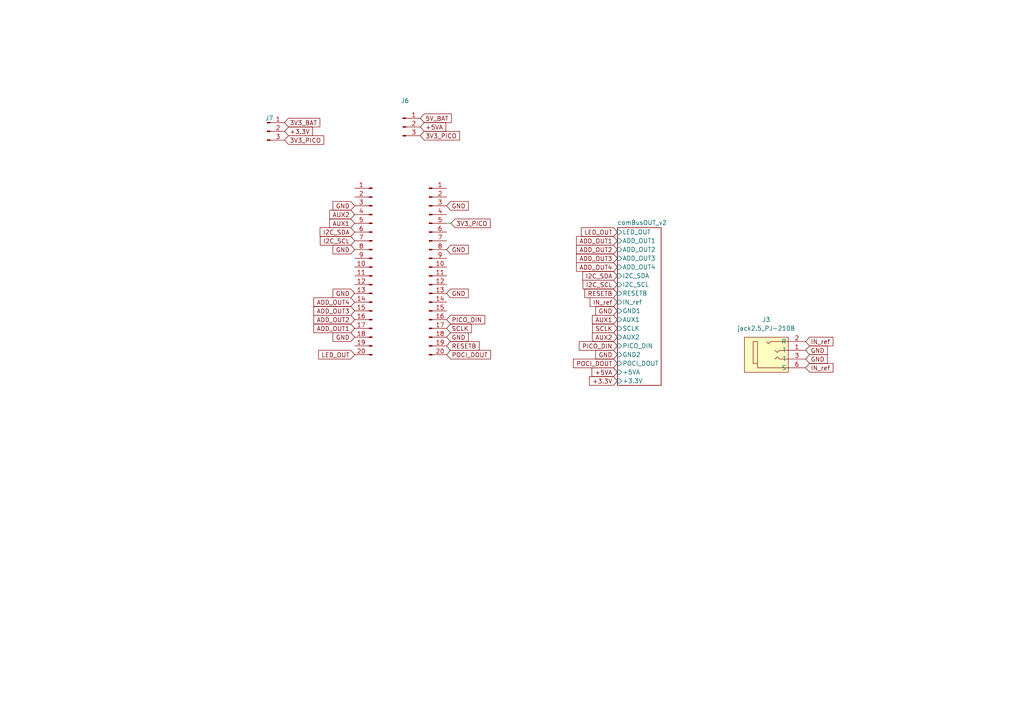
<source format=kicad_sch>
(kicad_sch (version 20231120) (generator "eeschema") (generator_version "8.0")
  (paper "A4")
  (lib_symbols
    (symbol "00_custom:jack2.5_PJ-210B"
      (property "Reference" "J" (at 0 2.54 0))
      (property "Value" "jack2.5_PJ-210B" (at 0 5.08 0))
      (symbol "jack2.5_PJ-210B_0_1"
        (polyline (pts (xy 12.7 -6.35) (xy 10.16 -6.35) (xy 9.525 -5.715) (xy 8.89 -6.35)))
        (polyline (pts (xy 12.7 -3.81) (xy 10.16 -3.81) (xy 9.525 -4.445) (xy 8.89 -3.81)))
        (polyline (pts (xy 12.7 -1.27) (xy 7.62 -1.27) (xy 6.985 -1.905) (xy 6.35 -1.27)))
        (polyline (pts (xy 12.7 -8.89) (xy 3.81 -8.89) (xy 3.81 -1.27) (xy 2.54 -1.27) (xy 2.54 -7.62) (xy 3.81 -7.62)))
        (rectangle (start 12.7 0) (end 0 -10.16) (fill (type background)))
      )
      (symbol "jack2.5_PJ-210B_1_1"
        (pin passive line (at 17.78 -3.81 180) (length 5.08) (name "T") (number "1"))
        (pin passive line (at 17.78 -1.27 180) (length 5.08) (name "R") (number "2"))
        (pin passive line (at 17.78 -6.35 180) (length 5.08) (name "T") (number "3"))
        (pin passive line (at 17.78 -8.89 180) (length 5.08) (name "S") (number "6"))
      )
    )
    (symbol "Connector:Conn_01x03_Male" (pin_names (offset 1.016) hide)
      (property "Reference" "J" (at 0 5.08 0))
      (property "Value" "Conn_01x03_Male" (at 0 -5.08 0))
      (symbol "Conn_01x03_Male_1_1"
        (polyline (pts (xy 1.27 -2.54) (xy 0.8636 -2.54)) (stroke (width 0.1524)))
        (polyline (pts (xy 1.27 0) (xy 0.8636 0)) (stroke (width 0.1524)))
        (polyline (pts (xy 1.27 2.54) (xy 0.8636 2.54)) (stroke (width 0.1524)))
        (rectangle (start 0.8636 -2.413) (end 0 -2.667) (stroke (width 0.1524)) (fill (type outline)))
        (rectangle (start 0.8636 0.127) (end 0 -0.127) (stroke (width 0.1524)) (fill (type outline)))
        (rectangle (start 0.8636 2.667) (end 0 2.413) (stroke (width 0.1524)) (fill (type outline)))
        (pin passive line (at 5.08 2.54 180) (length 3.81) (name "Pin_1") (number "1"))
        (pin passive line (at 5.08 0 180) (length 3.81) (name "Pin_2") (number "2"))
        (pin passive line (at 5.08 -2.54 180) (length 3.81) (name "Pin_3") (number "3"))
      )
    )
    (symbol "Connector:Conn_01x20_Male" (pin_names (offset 1.016) hide)
      (property "Reference" "J" (at 0 25.4 0))
      (property "Value" "Conn_01x20_Male" (at 0 -27.94 0))
      (symbol "Conn_01x20_Male_1_1"
        (polyline (pts (xy 1.27 -25.4) (xy 0.8636 -25.4)) (stroke (width 0.1524)))
        (polyline (pts (xy 1.27 -22.86) (xy 0.8636 -22.86)) (stroke (width 0.1524)))
        (polyline (pts (xy 1.27 -20.32) (xy 0.8636 -20.32)) (stroke (width 0.1524)))
        (polyline (pts (xy 1.27 -17.78) (xy 0.8636 -17.78)) (stroke (width 0.1524)))
        (polyline (pts (xy 1.27 -15.24) (xy 0.8636 -15.24)) (stroke (width 0.1524)))
        (polyline (pts (xy 1.27 -12.7) (xy 0.8636 -12.7)) (stroke (width 0.1524)))
        (polyline (pts (xy 1.27 -10.16) (xy 0.8636 -10.16)) (stroke (width 0.1524)))
        (polyline (pts (xy 1.27 -7.62) (xy 0.8636 -7.62)) (stroke (width 0.1524)))
        (polyline (pts (xy 1.27 -5.08) (xy 0.8636 -5.08)) (stroke (width 0.1524)))
        (polyline (pts (xy 1.27 -2.54) (xy 0.8636 -2.54)) (stroke (width 0.1524)))
        (polyline (pts (xy 1.27 0) (xy 0.8636 0)) (stroke (width 0.1524)))
        (polyline (pts (xy 1.27 2.54) (xy 0.8636 2.54)) (stroke (width 0.1524)))
        (polyline (pts (xy 1.27 5.08) (xy 0.8636 5.08)) (stroke (width 0.1524)))
        (polyline (pts (xy 1.27 7.62) (xy 0.8636 7.62)) (stroke (width 0.1524)))
        (polyline (pts (xy 1.27 10.16) (xy 0.8636 10.16)) (stroke (width 0.1524)))
        (polyline (pts (xy 1.27 12.7) (xy 0.8636 12.7)) (stroke (width 0.1524)))
        (polyline (pts (xy 1.27 15.24) (xy 0.8636 15.24)) (stroke (width 0.1524)))
        (polyline (pts (xy 1.27 17.78) (xy 0.8636 17.78)) (stroke (width 0.1524)))
        (polyline (pts (xy 1.27 20.32) (xy 0.8636 20.32)) (stroke (width 0.1524)))
        (polyline (pts (xy 1.27 22.86) (xy 0.8636 22.86)) (stroke (width 0.1524)))
        (rectangle (start 0.8636 -25.273) (end 0 -25.527) (stroke (width 0.1524)) (fill (type outline)))
        (rectangle (start 0.8636 -22.733) (end 0 -22.987) (stroke (width 0.1524)) (fill (type outline)))
        (rectangle (start 0.8636 -20.193) (end 0 -20.447) (stroke (width 0.1524)) (fill (type outline)))
        (rectangle (start 0.8636 -17.653) (end 0 -17.907) (stroke (width 0.1524)) (fill (type outline)))
        (rectangle (start 0.8636 -15.113) (end 0 -15.367) (stroke (width 0.1524)) (fill (type outline)))
        (rectangle (start 0.8636 -12.573) (end 0 -12.827) (stroke (width 0.1524)) (fill (type outline)))
        (rectangle (start 0.8636 -10.033) (end 0 -10.287) (stroke (width 0.1524)) (fill (type outline)))
        (rectangle (start 0.8636 -7.493) (end 0 -7.747) (stroke (width 0.1524)) (fill (type outline)))
        (rectangle (start 0.8636 -4.953) (end 0 -5.207) (stroke (width 0.1524)) (fill (type outline)))
        (rectangle (start 0.8636 -2.413) (end 0 -2.667) (stroke (width 0.1524)) (fill (type outline)))
        (rectangle (start 0.8636 0.127) (end 0 -0.127) (stroke (width 0.1524)) (fill (type outline)))
        (rectangle (start 0.8636 2.667) (end 0 2.413) (stroke (width 0.1524)) (fill (type outline)))
        (rectangle (start 0.8636 5.207) (end 0 4.953) (stroke (width 0.1524)) (fill (type outline)))
        (rectangle (start 0.8636 7.747) (end 0 7.493) (stroke (width 0.1524)) (fill (type outline)))
        (rectangle (start 0.8636 10.287) (end 0 10.033) (stroke (width 0.1524)) (fill (type outline)))
        (rectangle (start 0.8636 12.827) (end 0 12.573) (stroke (width 0.1524)) (fill (type outline)))
        (rectangle (start 0.8636 15.367) (end 0 15.113) (stroke (width 0.1524)) (fill (type outline)))
        (rectangle (start 0.8636 17.907) (end 0 17.653) (stroke (width 0.1524)) (fill (type outline)))
        (rectangle (start 0.8636 20.447) (end 0 20.193) (stroke (width 0.1524)) (fill (type outline)))
        (rectangle (start 0.8636 22.987) (end 0 22.733) (stroke (width 0.1524)) (fill (type outline)))
        (pin passive line (at 5.08 22.86 180) (length 3.81) (name "Pin_1") (number "1"))
        (pin passive line (at 5.08 0 180) (length 3.81) (name "Pin_10") (number "10"))
        (pin passive line (at 5.08 -2.54 180) (length 3.81) (name "Pin_11") (number "11"))
        (pin passive line (at 5.08 -5.08 180) (length 3.81) (name "Pin_12") (number "12"))
        (pin passive line (at 5.08 -7.62 180) (length 3.81) (name "Pin_13") (number "13"))
        (pin passive line (at 5.08 -10.16 180) (length 3.81) (name "Pin_14") (number "14"))
        (pin passive line (at 5.08 -12.7 180) (length 3.81) (name "Pin_15") (number "15"))
        (pin passive line (at 5.08 -15.24 180) (length 3.81) (name "Pin_16") (number "16"))
        (pin passive line (at 5.08 -17.78 180) (length 3.81) (name "Pin_17") (number "17"))
        (pin passive line (at 5.08 -20.32 180) (length 3.81) (name "Pin_18") (number "18"))
        (pin passive line (at 5.08 -22.86 180) (length 3.81) (name "Pin_19") (number "19"))
        (pin passive line (at 5.08 20.32 180) (length 3.81) (name "Pin_2") (number "2"))
        (pin passive line (at 5.08 -25.4 180) (length 3.81) (name "Pin_20") (number "20"))
        (pin passive line (at 5.08 17.78 180) (length 3.81) (name "Pin_3") (number "3"))
        (pin passive line (at 5.08 15.24 180) (length 3.81) (name "Pin_4") (number "4"))
        (pin passive line (at 5.08 12.7 180) (length 3.81) (name "Pin_5") (number "5"))
        (pin passive line (at 5.08 10.16 180) (length 3.81) (name "Pin_6") (number "6"))
        (pin passive line (at 5.08 7.62 180) (length 3.81) (name "Pin_7") (number "7"))
        (pin passive line (at 5.08 5.08 180) (length 3.81) (name "Pin_8") (number "8"))
        (pin passive line (at 5.08 2.54 180) (length 3.81) (name "Pin_9") (number "9"))
      )
    )
  )
  (wire (pts (xy 129.54 64.77) (xy 130.81 64.77)))
  (global_label "+5VA" (shape input) (at 121.92 36.83 0) (property "Intersheetrefs" "${INTERSHEET_REFS}" (effects (hide yes))))
  (global_label "+5VA" (shape input) (at 179.07 107.95 180) (property "Intersheetrefs" "${INTERSHEET_REFS}" (effects (hide yes))))
  (global_label "PICO_DIN" (shape input) (at 129.54 92.71 0) (property "Intersheetrefs" "${INTERSHEET_REFS}" (effects (hide yes))))
  (global_label "5V_BAT" (shape input) (at 121.92 34.29 0) (property "Intersheetrefs" "${INTERSHEET_REFS}" (effects (hide yes))))
  (global_label "+3.3V" (shape input) (at 179.07 110.49 180) (property "Intersheetrefs" "${INTERSHEET_REFS}" (effects (hide yes))))
  (global_label "ADD_OUT3" (shape input) (at 102.87 90.17 180) (property "Intersheetrefs" "${INTERSHEET_REFS}" (effects (hide yes))))
  (global_label "I2C_SDA" (shape input) (at 102.87 67.31 180) (property "Intersheetrefs" "${INTERSHEET_REFS}" (effects (hide yes))))
  (global_label "3V3_BAT" (shape input) (at 82.55 35.56 0) (property "Intersheetrefs" "${INTERSHEET_REFS}" (effects (hide yes))))
  (global_label "SCLK" (shape input) (at 129.54 95.25 0) (property "Intersheetrefs" "${INTERSHEET_REFS}" (effects (hide yes))))
  (global_label "I2C_SCL" (shape input) (at 102.87 69.85 180) (property "Intersheetrefs" "${INTERSHEET_REFS}" (effects (hide yes))))
  (global_label "AUX2" (shape input) (at 179.07 97.79 180) (property "Intersheetrefs" "${INTERSHEET_REFS}" (effects (hide yes))))
  (global_label "ADD_OUT2" (shape input) (at 179.07 72.39 180) (property "Intersheetrefs" "${INTERSHEET_REFS}" (effects (hide yes))))
  (global_label "GND" (shape input) (at 129.54 72.39 0) (property "Intersheetrefs" "${INTERSHEET_REFS}" (effects (hide yes))))
  (global_label "I2C_SDA" (shape input) (at 179.07 80.01 180) (property "Intersheetrefs" "${INTERSHEET_REFS}" (effects (hide yes))))
  (global_label "PICO_DIN" (shape input) (at 179.07 100.33 180) (property "Intersheetrefs" "${INTERSHEET_REFS}" (effects (hide yes))))
  (global_label "POCI_DOUT" (shape input) (at 179.07 105.41 180) (property "Intersheetrefs" "${INTERSHEET_REFS}" (effects (hide yes))))
  (global_label "IN_ref" (shape input) (at 233.68 106.68 0) (property "Intersheetrefs" "${INTERSHEET_REFS}" (effects (hide yes))))
  (global_label "GND" (shape input) (at 129.54 59.69 0) (property "Intersheetrefs" "${INTERSHEET_REFS}" (effects (hide yes))))
  (global_label "GND" (shape input) (at 102.87 72.39 180) (property "Intersheetrefs" "${INTERSHEET_REFS}" (effects (hide yes))))
  (global_label "GND" (shape input) (at 179.07 102.87 180) (property "Intersheetrefs" "${INTERSHEET_REFS}" (effects (hide yes))))
  (global_label "ADD_OUT4" (shape input) (at 102.87 87.63 180) (property "Intersheetrefs" "${INTERSHEET_REFS}" (effects (hide yes))))
  (global_label "ADD_OUT4" (shape input) (at 179.07 77.47 180) (property "Intersheetrefs" "${INTERSHEET_REFS}" (effects (hide yes))))
  (global_label "RESETB" (shape input) (at 129.54 100.33 0) (property "Intersheetrefs" "${INTERSHEET_REFS}" (effects (hide yes))))
  (global_label "ADD_OUT3" (shape input) (at 179.07 74.93 180) (property "Intersheetrefs" "${INTERSHEET_REFS}" (effects (hide yes))))
  (global_label "ADD_OUT1" (shape input) (at 179.07 69.85 180) (property "Intersheetrefs" "${INTERSHEET_REFS}" (effects (hide yes))))
  (global_label "GND" (shape input) (at 102.87 59.69 180) (property "Intersheetrefs" "${INTERSHEET_REFS}" (effects (hide yes))))
  (global_label "LED_OUT" (shape input) (at 102.87 102.87 180) (property "Intersheetrefs" "${INTERSHEET_REFS}" (effects (hide yes))))
  (global_label "SCLK" (shape input) (at 179.07 95.25 180) (property "Intersheetrefs" "${INTERSHEET_REFS}" (effects (hide yes))))
  (global_label "GND" (shape input) (at 233.68 104.14 0) (property "Intersheetrefs" "${INTERSHEET_REFS}" (effects (hide yes))))
  (global_label "GND" (shape input) (at 102.87 85.09 180) (property "Intersheetrefs" "${INTERSHEET_REFS}" (effects (hide yes))))
  (global_label "GND" (shape input) (at 179.07 90.17 180) (property "Intersheetrefs" "${INTERSHEET_REFS}" (effects (hide yes))))
  (global_label "AUX2" (shape input) (at 102.87 62.23 180) (property "Intersheetrefs" "${INTERSHEET_REFS}" (effects (hide yes))))
  (global_label "GND" (shape input) (at 233.68 101.6 0) (property "Intersheetrefs" "${INTERSHEET_REFS}" (effects (hide yes))))
  (global_label "GND" (shape input) (at 129.54 85.09 0) (property "Intersheetrefs" "${INTERSHEET_REFS}" (effects (hide yes))))
  (global_label "IN_ref" (shape input) (at 179.07 87.63 180) (property "Intersheetrefs" "${INTERSHEET_REFS}" (effects (hide yes))))
  (global_label "AUX1" (shape input) (at 102.87 64.77 180) (property "Intersheetrefs" "${INTERSHEET_REFS}" (effects (hide yes))))
  (global_label "3V3_PICO" (shape input) (at 82.55 40.64 0) (property "Intersheetrefs" "${INTERSHEET_REFS}" (effects (hide yes))))
  (global_label "LED_OUT" (shape input) (at 179.07 67.31 180) (property "Intersheetrefs" "${INTERSHEET_REFS}" (effects (hide yes))))
  (global_label "+3.3V" (shape input) (at 82.55 38.1 0) (property "Intersheetrefs" "${INTERSHEET_REFS}" (effects (hide yes))))
  (global_label "ADD_OUT1" (shape input) (at 102.87 95.25 180) (property "Intersheetrefs" "${INTERSHEET_REFS}" (effects (hide yes))))
  (global_label "AUX1" (shape input) (at 179.07 92.71 180) (property "Intersheetrefs" "${INTERSHEET_REFS}" (effects (hide yes))))
  (global_label "3V3_PICO" (shape input) (at 121.92 39.37 0) (property "Intersheetrefs" "${INTERSHEET_REFS}" (effects (hide yes))))
  (global_label "I2C_SCL" (shape input) (at 179.07 82.55 180) (property "Intersheetrefs" "${INTERSHEET_REFS}" (effects (hide yes))))
  (global_label "GND" (shape input) (at 102.87 97.79 180) (property "Intersheetrefs" "${INTERSHEET_REFS}" (effects (hide yes))))
  (global_label "IN_ref" (shape input) (at 233.68 99.06 0) (property "Intersheetrefs" "${INTERSHEET_REFS}" (effects (hide yes))))
  (global_label "RESETB" (shape input) (at 179.07 85.09 180) (property "Intersheetrefs" "${INTERSHEET_REFS}" (effects (hide yes))))
  (global_label "POCI_DOUT" (shape input) (at 129.54 102.87 0) (property "Intersheetrefs" "${INTERSHEET_REFS}" (effects (hide yes))))
  (global_label "ADD_OUT2" (shape input) (at 102.87 92.71 180) (property "Intersheetrefs" "${INTERSHEET_REFS}" (effects (hide yes))))
  (global_label "3V3_PICO" (shape input) (at 130.81 64.77 0) (property "Intersheetrefs" "${INTERSHEET_REFS}" (effects (hide yes))))
  (global_label "GND" (shape input) (at 129.54 97.79 0) (property "Intersheetrefs" "${INTERSHEET_REFS}" (effects (hide yes))))
  (symbol (lib_id "00_custom:jack2.5_PJ-210B") (at 215.9 97.79 0) (unit 1)
    (property "Reference" "J3" (at 222.25 92.71 0))
    (property "Value" "jack2.5_PJ-210B" (at 222.25 95.25 0))
    (property "Footprint" "00_custom-footprints:Jack_Socket_PJ-210B" (effects (hide yes)))
  )
  (symbol (lib_id "Connector:Conn_01x20_Male") (at 107.95 77.47 0) (mirror y) (unit 1)
    (property "Reference" "J4" (effects (hide yes)))
    (property "Value" "Conn_01x20_Male" (effects (hide yes)))
    (property "Footprint" "Connector_PinHeader_2.54mm:PinHeader_1x20_P2.54mm_Vertical" (effects (hide yes)))
  )
  (symbol (lib_id "Connector:Conn_01x20_Male") (at 124.46 77.47 0) (unit 1)
    (property "Reference" "J5" (effects (hide yes)))
    (property "Value" "Conn_01x20_Male" (effects (hide yes)))
    (property "Footprint" "Connector_PinHeader_2.54mm:PinHeader_1x20_P2.54mm_Vertical" (effects (hide yes)))
  )
  (symbol (lib_id "Connector:Conn_01x03_Male") (at 77.47 38.1 0) (unit 1)
    (property "Reference" "J7" (at 78.105 34.29 0))
    (property "Value" "Conn_01x03_Male" (effects (hide yes)))
    (property "Footprint" "Connector_PinHeader_2.54mm:PinHeader_1x03_P2.54mm_Vertical" (effects (hide yes)))
  )
  (symbol (lib_id "Connector:Conn_01x03_Male") (at 116.84 36.83 0) (unit 1)
    (property "Reference" "J6" (at 117.475 29.21 0))
    (property "Value" "Conn_01x03_Male" (effects (hide yes)))
    (property "Footprint" "Connector_PinHeader_2.54mm:PinHeader_1x03_P2.54mm_Vertical" (effects (hide yes)))
  )
  (sheet (at 179.07 66.04) (size 12.7 45.72) (stroke (width 0.1524))
    (property "Sheetname" "comBusOUT_v2" (at 179.07 65.3284 0) (effects (justify left bottom)))
    (property "Sheetfile" "comBusOUT_v2.kicad_sch" (effects (hide yes)))
    (pin "ADD_OUT4" input (at 179.07 77.47 180))
    (pin "I2C_SCL" input (at 179.07 82.55 180))
    (pin "RESETB" input (at 179.07 85.09 180))
    (pin "ADD_OUT2" input (at 179.07 72.39 180))
    (pin "IN_ref" input (at 179.07 87.63 180))
    (pin "SCLK" input (at 179.07 95.25 180))
    (pin "POCI_DOUT" input (at 179.07 105.41 180))
    (pin "AUX2" input (at 179.07 97.79 180))
    (pin "+3.3V" input (at 179.07 110.49 180))
    (pin "+5VA" input (at 179.07 107.95 180))
    (pin "PICO_DIN" input (at 179.07 100.33 180))
    (pin "ADD_OUT1" input (at 179.07 69.85 180))
    (pin "I2C_SDA" input (at 179.07 80.01 180))
    (pin "ADD_OUT3" input (at 179.07 74.93 180))
    (pin "LED_OUT" input (at 179.07 67.31 180))
    (pin "AUX1" input (at 179.07 92.71 180))
    (pin "GND2" input (at 179.07 102.87 180))
    (pin "GND1" input (at 179.07 90.17 180))
  )
)
</source>
